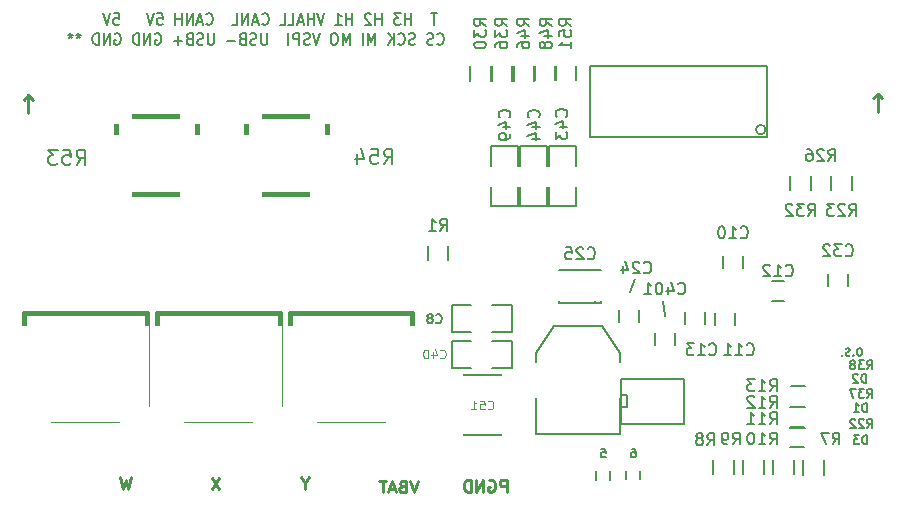
<source format=gbo>
G04 #@! TF.FileFunction,Legend,Bot*
%FSLAX46Y46*%
G04 Gerber Fmt 4.6, Leading zero omitted, Abs format (unit mm)*
G04 Created by KiCad (PCBNEW 4.0.4-stable) date 05/10/17 13:17:29*
%MOMM*%
%LPD*%
G01*
G04 APERTURE LIST*
%ADD10C,0.150000*%
%ADD11C,0.250000*%
%ADD12C,0.200000*%
%ADD13C,0.127000*%
%ADD14C,0.381000*%
%ADD15C,0.203200*%
%ADD16C,0.125000*%
%ADD17C,0.119380*%
%ADD18R,1.300000X0.700000*%
%ADD19R,0.299720X1.501140*%
%ADD20R,7.000240X3.599180*%
%ADD21R,1.524000X2.032000*%
%ADD22R,1.250000X1.000000*%
%ADD23R,1.000000X1.250000*%
%ADD24R,1.950720X2.499360*%
%ADD25R,2.032000X1.524000*%
%ADD26R,1.849120X5.499100*%
%ADD27R,10.800080X8.150860*%
%ADD28R,0.899160X3.200400*%
%ADD29R,0.700000X1.300000*%
%ADD30R,2.438400X5.588000*%
%ADD31R,2.438400X0.889000*%
%ADD32R,3.657600X2.032000*%
%ADD33R,1.016000X2.032000*%
%ADD34R,0.599440X1.399540*%
%ADD35R,0.750000X0.800000*%
%ADD36R,1.650000X5.500000*%
%ADD37R,6.360000X5.500000*%
G04 APERTURE END LIST*
D10*
X136114286Y-131452381D02*
X136185714Y-131404762D01*
X136221429Y-131357143D01*
X136257143Y-131261905D01*
X136257143Y-130976190D01*
X136221429Y-130880952D01*
X136185714Y-130833333D01*
X136114286Y-130785714D01*
X136007143Y-130785714D01*
X135935714Y-130833333D01*
X135900000Y-130880952D01*
X135864286Y-130976190D01*
X135864286Y-131261905D01*
X135900000Y-131357143D01*
X135935714Y-131404762D01*
X136007143Y-131452381D01*
X136114286Y-131452381D01*
X135542858Y-131357143D02*
X135507143Y-131404762D01*
X135542858Y-131452381D01*
X135578572Y-131404762D01*
X135542858Y-131357143D01*
X135542858Y-131452381D01*
X135221429Y-131404762D02*
X135150000Y-131452381D01*
X135007143Y-131452381D01*
X134935715Y-131404762D01*
X134900000Y-131309524D01*
X134900000Y-131261905D01*
X134935715Y-131166667D01*
X135007143Y-131119048D01*
X135114286Y-131119048D01*
X135185715Y-131071429D01*
X135221429Y-130976190D01*
X135221429Y-130928571D01*
X135185715Y-130833333D01*
X135114286Y-130785714D01*
X135007143Y-130785714D01*
X134935715Y-130833333D01*
X134578572Y-131357143D02*
X134542857Y-131404762D01*
X134578572Y-131452381D01*
X134614286Y-131404762D01*
X134578572Y-131357143D01*
X134578572Y-131452381D01*
D11*
X137600000Y-110794762D02*
X137600000Y-109270952D01*
X137980952Y-109651905D02*
X137600000Y-109270952D01*
X137219047Y-109651905D01*
X65659000Y-110886762D02*
X65659000Y-109362952D01*
X66039952Y-109743905D02*
X65659000Y-109362952D01*
X65278047Y-109743905D01*
D12*
X100257072Y-102424881D02*
X99742786Y-102424881D01*
X99999929Y-103424881D02*
X99999929Y-102424881D01*
X98071358Y-103424881D02*
X98071358Y-102424881D01*
X98071358Y-102901071D02*
X97557073Y-102901071D01*
X97557073Y-103424881D02*
X97557073Y-102424881D01*
X97214216Y-102424881D02*
X96657073Y-102424881D01*
X96957073Y-102805833D01*
X96828501Y-102805833D01*
X96742787Y-102853452D01*
X96699930Y-102901071D01*
X96657073Y-102996310D01*
X96657073Y-103234405D01*
X96699930Y-103329643D01*
X96742787Y-103377262D01*
X96828501Y-103424881D01*
X97085644Y-103424881D01*
X97171358Y-103377262D01*
X97214216Y-103329643D01*
X95585644Y-103424881D02*
X95585644Y-102424881D01*
X95585644Y-102901071D02*
X95071359Y-102901071D01*
X95071359Y-103424881D02*
X95071359Y-102424881D01*
X94685644Y-102520119D02*
X94642787Y-102472500D01*
X94557073Y-102424881D01*
X94342787Y-102424881D01*
X94257073Y-102472500D01*
X94214216Y-102520119D01*
X94171359Y-102615357D01*
X94171359Y-102710595D01*
X94214216Y-102853452D01*
X94728502Y-103424881D01*
X94171359Y-103424881D01*
X93099930Y-103424881D02*
X93099930Y-102424881D01*
X93099930Y-102901071D02*
X92585645Y-102901071D01*
X92585645Y-103424881D02*
X92585645Y-102424881D01*
X91685645Y-103424881D02*
X92199930Y-103424881D01*
X91942788Y-103424881D02*
X91942788Y-102424881D01*
X92028502Y-102567738D01*
X92114216Y-102662976D01*
X92199930Y-102710595D01*
X90742788Y-102424881D02*
X90442788Y-103424881D01*
X90142788Y-102424881D01*
X89842787Y-103424881D02*
X89842787Y-102424881D01*
X89842787Y-102901071D02*
X89328502Y-102901071D01*
X89328502Y-103424881D02*
X89328502Y-102424881D01*
X88942787Y-103139167D02*
X88514216Y-103139167D01*
X89028502Y-103424881D02*
X88728502Y-102424881D01*
X88428502Y-103424881D01*
X87699930Y-103424881D02*
X88128501Y-103424881D01*
X88128501Y-102424881D01*
X86971359Y-103424881D02*
X87399930Y-103424881D01*
X87399930Y-102424881D01*
X85471360Y-103329643D02*
X85514217Y-103377262D01*
X85642788Y-103424881D01*
X85728502Y-103424881D01*
X85857074Y-103377262D01*
X85942788Y-103282024D01*
X85985645Y-103186786D01*
X86028502Y-102996310D01*
X86028502Y-102853452D01*
X85985645Y-102662976D01*
X85942788Y-102567738D01*
X85857074Y-102472500D01*
X85728502Y-102424881D01*
X85642788Y-102424881D01*
X85514217Y-102472500D01*
X85471360Y-102520119D01*
X85128502Y-103139167D02*
X84699931Y-103139167D01*
X85214217Y-103424881D02*
X84914217Y-102424881D01*
X84614217Y-103424881D01*
X84314216Y-103424881D02*
X84314216Y-102424881D01*
X83799931Y-103424881D01*
X83799931Y-102424881D01*
X82942788Y-103424881D02*
X83371359Y-103424881D01*
X83371359Y-102424881D01*
X80757075Y-103329643D02*
X80799932Y-103377262D01*
X80928503Y-103424881D01*
X81014217Y-103424881D01*
X81142789Y-103377262D01*
X81228503Y-103282024D01*
X81271360Y-103186786D01*
X81314217Y-102996310D01*
X81314217Y-102853452D01*
X81271360Y-102662976D01*
X81228503Y-102567738D01*
X81142789Y-102472500D01*
X81014217Y-102424881D01*
X80928503Y-102424881D01*
X80799932Y-102472500D01*
X80757075Y-102520119D01*
X80414217Y-103139167D02*
X79985646Y-103139167D01*
X80499932Y-103424881D02*
X80199932Y-102424881D01*
X79899932Y-103424881D01*
X79599931Y-103424881D02*
X79599931Y-102424881D01*
X79085646Y-103424881D01*
X79085646Y-102424881D01*
X78657074Y-103424881D02*
X78657074Y-102424881D01*
X78657074Y-102901071D02*
X78142789Y-102901071D01*
X78142789Y-103424881D02*
X78142789Y-102424881D01*
X76599932Y-102424881D02*
X77028503Y-102424881D01*
X77071360Y-102901071D01*
X77028503Y-102853452D01*
X76942789Y-102805833D01*
X76728503Y-102805833D01*
X76642789Y-102853452D01*
X76599932Y-102901071D01*
X76557075Y-102996310D01*
X76557075Y-103234405D01*
X76599932Y-103329643D01*
X76642789Y-103377262D01*
X76728503Y-103424881D01*
X76942789Y-103424881D01*
X77028503Y-103377262D01*
X77071360Y-103329643D01*
X76299932Y-102424881D02*
X75999932Y-103424881D01*
X75699932Y-102424881D01*
X72914218Y-102424881D02*
X73342789Y-102424881D01*
X73385646Y-102901071D01*
X73342789Y-102853452D01*
X73257075Y-102805833D01*
X73042789Y-102805833D01*
X72957075Y-102853452D01*
X72914218Y-102901071D01*
X72871361Y-102996310D01*
X72871361Y-103234405D01*
X72914218Y-103329643D01*
X72957075Y-103377262D01*
X73042789Y-103424881D01*
X73257075Y-103424881D01*
X73342789Y-103377262D01*
X73385646Y-103329643D01*
X72614218Y-102424881D02*
X72314218Y-103424881D01*
X72014218Y-102424881D01*
X100299929Y-105029643D02*
X100342786Y-105077262D01*
X100471357Y-105124881D01*
X100557071Y-105124881D01*
X100685643Y-105077262D01*
X100771357Y-104982024D01*
X100814214Y-104886786D01*
X100857071Y-104696310D01*
X100857071Y-104553452D01*
X100814214Y-104362976D01*
X100771357Y-104267738D01*
X100685643Y-104172500D01*
X100557071Y-104124881D01*
X100471357Y-104124881D01*
X100342786Y-104172500D01*
X100299929Y-104220119D01*
X99957071Y-105077262D02*
X99828500Y-105124881D01*
X99614214Y-105124881D01*
X99528500Y-105077262D01*
X99485643Y-105029643D01*
X99442786Y-104934405D01*
X99442786Y-104839167D01*
X99485643Y-104743929D01*
X99528500Y-104696310D01*
X99614214Y-104648690D01*
X99785643Y-104601071D01*
X99871357Y-104553452D01*
X99914214Y-104505833D01*
X99957071Y-104410595D01*
X99957071Y-104315357D01*
X99914214Y-104220119D01*
X99871357Y-104172500D01*
X99785643Y-104124881D01*
X99571357Y-104124881D01*
X99442786Y-104172500D01*
X98414214Y-105077262D02*
X98285643Y-105124881D01*
X98071357Y-105124881D01*
X97985643Y-105077262D01*
X97942786Y-105029643D01*
X97899929Y-104934405D01*
X97899929Y-104839167D01*
X97942786Y-104743929D01*
X97985643Y-104696310D01*
X98071357Y-104648690D01*
X98242786Y-104601071D01*
X98328500Y-104553452D01*
X98371357Y-104505833D01*
X98414214Y-104410595D01*
X98414214Y-104315357D01*
X98371357Y-104220119D01*
X98328500Y-104172500D01*
X98242786Y-104124881D01*
X98028500Y-104124881D01*
X97899929Y-104172500D01*
X96999929Y-105029643D02*
X97042786Y-105077262D01*
X97171357Y-105124881D01*
X97257071Y-105124881D01*
X97385643Y-105077262D01*
X97471357Y-104982024D01*
X97514214Y-104886786D01*
X97557071Y-104696310D01*
X97557071Y-104553452D01*
X97514214Y-104362976D01*
X97471357Y-104267738D01*
X97385643Y-104172500D01*
X97257071Y-104124881D01*
X97171357Y-104124881D01*
X97042786Y-104172500D01*
X96999929Y-104220119D01*
X96614214Y-105124881D02*
X96614214Y-104124881D01*
X96099929Y-105124881D02*
X96485643Y-104553452D01*
X96099929Y-104124881D02*
X96614214Y-104696310D01*
X95028500Y-105124881D02*
X95028500Y-104124881D01*
X94728500Y-104839167D01*
X94428500Y-104124881D01*
X94428500Y-105124881D01*
X93999929Y-105124881D02*
X93999929Y-104124881D01*
X92885644Y-105124881D02*
X92885644Y-104124881D01*
X92585644Y-104839167D01*
X92285644Y-104124881D01*
X92285644Y-105124881D01*
X91685645Y-104124881D02*
X91514216Y-104124881D01*
X91428502Y-104172500D01*
X91342788Y-104267738D01*
X91299930Y-104458214D01*
X91299930Y-104791548D01*
X91342788Y-104982024D01*
X91428502Y-105077262D01*
X91514216Y-105124881D01*
X91685645Y-105124881D01*
X91771359Y-105077262D01*
X91857073Y-104982024D01*
X91899930Y-104791548D01*
X91899930Y-104458214D01*
X91857073Y-104267738D01*
X91771359Y-104172500D01*
X91685645Y-104124881D01*
X90357074Y-104124881D02*
X90057074Y-105124881D01*
X89757074Y-104124881D01*
X89499930Y-105077262D02*
X89371359Y-105124881D01*
X89157073Y-105124881D01*
X89071359Y-105077262D01*
X89028502Y-105029643D01*
X88985645Y-104934405D01*
X88985645Y-104839167D01*
X89028502Y-104743929D01*
X89071359Y-104696310D01*
X89157073Y-104648690D01*
X89328502Y-104601071D01*
X89414216Y-104553452D01*
X89457073Y-104505833D01*
X89499930Y-104410595D01*
X89499930Y-104315357D01*
X89457073Y-104220119D01*
X89414216Y-104172500D01*
X89328502Y-104124881D01*
X89114216Y-104124881D01*
X88985645Y-104172500D01*
X88599930Y-105124881D02*
X88599930Y-104124881D01*
X88257073Y-104124881D01*
X88171359Y-104172500D01*
X88128502Y-104220119D01*
X88085645Y-104315357D01*
X88085645Y-104458214D01*
X88128502Y-104553452D01*
X88171359Y-104601071D01*
X88257073Y-104648690D01*
X88599930Y-104648690D01*
X87699930Y-105124881D02*
X87699930Y-104124881D01*
X85899931Y-104124881D02*
X85899931Y-104934405D01*
X85857074Y-105029643D01*
X85814217Y-105077262D01*
X85728503Y-105124881D01*
X85557074Y-105124881D01*
X85471360Y-105077262D01*
X85428503Y-105029643D01*
X85385646Y-104934405D01*
X85385646Y-104124881D01*
X84999931Y-105077262D02*
X84871360Y-105124881D01*
X84657074Y-105124881D01*
X84571360Y-105077262D01*
X84528503Y-105029643D01*
X84485646Y-104934405D01*
X84485646Y-104839167D01*
X84528503Y-104743929D01*
X84571360Y-104696310D01*
X84657074Y-104648690D01*
X84828503Y-104601071D01*
X84914217Y-104553452D01*
X84957074Y-104505833D01*
X84999931Y-104410595D01*
X84999931Y-104315357D01*
X84957074Y-104220119D01*
X84914217Y-104172500D01*
X84828503Y-104124881D01*
X84614217Y-104124881D01*
X84485646Y-104172500D01*
X83799931Y-104601071D02*
X83671360Y-104648690D01*
X83628503Y-104696310D01*
X83585646Y-104791548D01*
X83585646Y-104934405D01*
X83628503Y-105029643D01*
X83671360Y-105077262D01*
X83757074Y-105124881D01*
X84099931Y-105124881D01*
X84099931Y-104124881D01*
X83799931Y-104124881D01*
X83714217Y-104172500D01*
X83671360Y-104220119D01*
X83628503Y-104315357D01*
X83628503Y-104410595D01*
X83671360Y-104505833D01*
X83714217Y-104553452D01*
X83799931Y-104601071D01*
X84099931Y-104601071D01*
X83199931Y-104743929D02*
X82514217Y-104743929D01*
X81399931Y-104124881D02*
X81399931Y-104934405D01*
X81357074Y-105029643D01*
X81314217Y-105077262D01*
X81228503Y-105124881D01*
X81057074Y-105124881D01*
X80971360Y-105077262D01*
X80928503Y-105029643D01*
X80885646Y-104934405D01*
X80885646Y-104124881D01*
X80499931Y-105077262D02*
X80371360Y-105124881D01*
X80157074Y-105124881D01*
X80071360Y-105077262D01*
X80028503Y-105029643D01*
X79985646Y-104934405D01*
X79985646Y-104839167D01*
X80028503Y-104743929D01*
X80071360Y-104696310D01*
X80157074Y-104648690D01*
X80328503Y-104601071D01*
X80414217Y-104553452D01*
X80457074Y-104505833D01*
X80499931Y-104410595D01*
X80499931Y-104315357D01*
X80457074Y-104220119D01*
X80414217Y-104172500D01*
X80328503Y-104124881D01*
X80114217Y-104124881D01*
X79985646Y-104172500D01*
X79299931Y-104601071D02*
X79171360Y-104648690D01*
X79128503Y-104696310D01*
X79085646Y-104791548D01*
X79085646Y-104934405D01*
X79128503Y-105029643D01*
X79171360Y-105077262D01*
X79257074Y-105124881D01*
X79599931Y-105124881D01*
X79599931Y-104124881D01*
X79299931Y-104124881D01*
X79214217Y-104172500D01*
X79171360Y-104220119D01*
X79128503Y-104315357D01*
X79128503Y-104410595D01*
X79171360Y-104505833D01*
X79214217Y-104553452D01*
X79299931Y-104601071D01*
X79599931Y-104601071D01*
X78699931Y-104743929D02*
X78014217Y-104743929D01*
X78357074Y-105124881D02*
X78357074Y-104362976D01*
X76428503Y-104172500D02*
X76514217Y-104124881D01*
X76642788Y-104124881D01*
X76771360Y-104172500D01*
X76857074Y-104267738D01*
X76899931Y-104362976D01*
X76942788Y-104553452D01*
X76942788Y-104696310D01*
X76899931Y-104886786D01*
X76857074Y-104982024D01*
X76771360Y-105077262D01*
X76642788Y-105124881D01*
X76557074Y-105124881D01*
X76428503Y-105077262D01*
X76385646Y-105029643D01*
X76385646Y-104696310D01*
X76557074Y-104696310D01*
X75999931Y-105124881D02*
X75999931Y-104124881D01*
X75485646Y-105124881D01*
X75485646Y-104124881D01*
X75057074Y-105124881D02*
X75057074Y-104124881D01*
X74842789Y-104124881D01*
X74714217Y-104172500D01*
X74628503Y-104267738D01*
X74585646Y-104362976D01*
X74542789Y-104553452D01*
X74542789Y-104696310D01*
X74585646Y-104886786D01*
X74628503Y-104982024D01*
X74714217Y-105077262D01*
X74842789Y-105124881D01*
X75057074Y-105124881D01*
X72999932Y-104172500D02*
X73085646Y-104124881D01*
X73214217Y-104124881D01*
X73342789Y-104172500D01*
X73428503Y-104267738D01*
X73471360Y-104362976D01*
X73514217Y-104553452D01*
X73514217Y-104696310D01*
X73471360Y-104886786D01*
X73428503Y-104982024D01*
X73342789Y-105077262D01*
X73214217Y-105124881D01*
X73128503Y-105124881D01*
X72999932Y-105077262D01*
X72957075Y-105029643D01*
X72957075Y-104696310D01*
X73128503Y-104696310D01*
X72571360Y-105124881D02*
X72571360Y-104124881D01*
X72057075Y-105124881D01*
X72057075Y-104124881D01*
X71628503Y-105124881D02*
X71628503Y-104124881D01*
X71414218Y-104124881D01*
X71285646Y-104172500D01*
X71199932Y-104267738D01*
X71157075Y-104362976D01*
X71114218Y-104553452D01*
X71114218Y-104696310D01*
X71157075Y-104886786D01*
X71199932Y-104982024D01*
X71285646Y-105077262D01*
X71414218Y-105124881D01*
X71628503Y-105124881D01*
X69914218Y-104124881D02*
X69914218Y-104362976D01*
X70128504Y-104267738D02*
X69914218Y-104362976D01*
X69699932Y-104267738D01*
X70042789Y-104553452D02*
X69914218Y-104362976D01*
X69785646Y-104553452D01*
X69228504Y-104124881D02*
X69228504Y-104362976D01*
X69442790Y-104267738D02*
X69228504Y-104362976D01*
X69014218Y-104267738D01*
X69357075Y-104553452D02*
X69228504Y-104362976D01*
X69099932Y-104553452D01*
D11*
X106179714Y-142946381D02*
X106179714Y-141946381D01*
X105798761Y-141946381D01*
X105703523Y-141994000D01*
X105655904Y-142041619D01*
X105608285Y-142136857D01*
X105608285Y-142279714D01*
X105655904Y-142374952D01*
X105703523Y-142422571D01*
X105798761Y-142470190D01*
X106179714Y-142470190D01*
X104655904Y-141994000D02*
X104751142Y-141946381D01*
X104893999Y-141946381D01*
X105036857Y-141994000D01*
X105132095Y-142089238D01*
X105179714Y-142184476D01*
X105227333Y-142374952D01*
X105227333Y-142517810D01*
X105179714Y-142708286D01*
X105132095Y-142803524D01*
X105036857Y-142898762D01*
X104893999Y-142946381D01*
X104798761Y-142946381D01*
X104655904Y-142898762D01*
X104608285Y-142851143D01*
X104608285Y-142517810D01*
X104798761Y-142517810D01*
X104179714Y-142946381D02*
X104179714Y-141946381D01*
X103608285Y-142946381D01*
X103608285Y-141946381D01*
X103132095Y-142946381D02*
X103132095Y-141946381D01*
X102894000Y-141946381D01*
X102751142Y-141994000D01*
X102655904Y-142089238D01*
X102608285Y-142184476D01*
X102560666Y-142374952D01*
X102560666Y-142517810D01*
X102608285Y-142708286D01*
X102655904Y-142803524D01*
X102751142Y-142898762D01*
X102894000Y-142946381D01*
X103132095Y-142946381D01*
X98670857Y-142009881D02*
X98337524Y-143009881D01*
X98004190Y-142009881D01*
X97337523Y-142486071D02*
X97194666Y-142533690D01*
X97147047Y-142581310D01*
X97099428Y-142676548D01*
X97099428Y-142819405D01*
X97147047Y-142914643D01*
X97194666Y-142962262D01*
X97289904Y-143009881D01*
X97670857Y-143009881D01*
X97670857Y-142009881D01*
X97337523Y-142009881D01*
X97242285Y-142057500D01*
X97194666Y-142105119D01*
X97147047Y-142200357D01*
X97147047Y-142295595D01*
X97194666Y-142390833D01*
X97242285Y-142438452D01*
X97337523Y-142486071D01*
X97670857Y-142486071D01*
X96718476Y-142724167D02*
X96242285Y-142724167D01*
X96813714Y-143009881D02*
X96480381Y-142009881D01*
X96147047Y-143009881D01*
X95956571Y-142009881D02*
X95385142Y-142009881D01*
X95670857Y-143009881D02*
X95670857Y-142009881D01*
X89090500Y-142216190D02*
X89090500Y-142692381D01*
X89423833Y-141692381D02*
X89090500Y-142216190D01*
X88757166Y-141692381D01*
X81867333Y-141755881D02*
X81200666Y-142755881D01*
X81200666Y-141755881D02*
X81867333Y-142755881D01*
X74342571Y-141692381D02*
X74104476Y-142692381D01*
X73913999Y-141978095D01*
X73723523Y-142692381D01*
X73485428Y-141692381D01*
D10*
X119380000Y-126809500D02*
X119570500Y-128079500D01*
X117030500Y-124904500D02*
X116649500Y-126047500D01*
X108586300Y-106918200D02*
X108586300Y-108118200D01*
X110336300Y-108118200D02*
X110336300Y-106918200D01*
X110313500Y-106918200D02*
X110313500Y-108118200D01*
X112063500Y-108118200D02*
X112063500Y-106918200D01*
D13*
X128198880Y-112930940D02*
X113200180Y-112930940D01*
X113200180Y-106931460D02*
X128198880Y-106931460D01*
X113200180Y-106931460D02*
X113200180Y-112930940D01*
X128198880Y-112930940D02*
X128198880Y-106931460D01*
X128089858Y-112288320D02*
G75*
G03X128089858Y-112288320I-406598J0D01*
G01*
X106603800Y-127177800D02*
X106603800Y-129463800D01*
X106603800Y-129463800D02*
X104952800Y-129463800D01*
X103174800Y-127177800D02*
X101523800Y-127177800D01*
X101523800Y-127177800D02*
X101523800Y-129463800D01*
X101523800Y-129463800D02*
X103174800Y-129463800D01*
X104952800Y-127177800D02*
X106603800Y-127177800D01*
D10*
X124473600Y-124020200D02*
X124473600Y-123020200D01*
X126173600Y-123020200D02*
X126173600Y-124020200D01*
X125513200Y-127795400D02*
X125513200Y-128795400D01*
X123813200Y-128795400D02*
X123813200Y-127795400D01*
X128633600Y-125134000D02*
X129633600Y-125134000D01*
X129633600Y-126834000D02*
X128633600Y-126834000D01*
X122998600Y-127770000D02*
X122998600Y-128770000D01*
X121298600Y-128770000D02*
X121298600Y-127770000D01*
X115685200Y-128592200D02*
X115685200Y-127592200D01*
X117385200Y-127592200D02*
X117385200Y-128592200D01*
D13*
X113626900Y-126949200D02*
X113626900Y-124155200D01*
X114198400Y-126949200D02*
X110642400Y-126949200D01*
X110642400Y-126949200D02*
X110642400Y-124155200D01*
X110642400Y-124155200D02*
X114198400Y-124155200D01*
X114198400Y-124155200D02*
X114198400Y-126949200D01*
D10*
X133389000Y-125518800D02*
X133389000Y-124518800D01*
X135089000Y-124518800D02*
X135089000Y-125518800D01*
D13*
X106603800Y-130200400D02*
X106603800Y-132486400D01*
X106603800Y-132486400D02*
X104952800Y-132486400D01*
X103174800Y-130200400D02*
X101523800Y-130200400D01*
X101523800Y-130200400D02*
X101523800Y-132486400D01*
X101523800Y-132486400D02*
X103174800Y-132486400D01*
X104952800Y-130200400D02*
X106603800Y-130200400D01*
X109740700Y-113677700D02*
X112026700Y-113677700D01*
X112026700Y-113677700D02*
X112026700Y-115328700D01*
X109740700Y-117106700D02*
X109740700Y-118757700D01*
X109740700Y-118757700D02*
X112026700Y-118757700D01*
X112026700Y-118757700D02*
X112026700Y-117106700D01*
X109740700Y-115328700D02*
X109740700Y-113677700D01*
X107327700Y-113677700D02*
X109613700Y-113677700D01*
X109613700Y-113677700D02*
X109613700Y-115328700D01*
X107327700Y-117106700D02*
X107327700Y-118757700D01*
X107327700Y-118757700D02*
X109613700Y-118757700D01*
X109613700Y-118757700D02*
X109613700Y-117106700D01*
X107327700Y-115328700D02*
X107327700Y-113677700D01*
X104838500Y-113677700D02*
X107124500Y-113677700D01*
X107124500Y-113677700D02*
X107124500Y-115328700D01*
X104838500Y-117106700D02*
X104838500Y-118757700D01*
X104838500Y-118757700D02*
X107124500Y-118757700D01*
X107124500Y-118757700D02*
X107124500Y-117106700D01*
X104838500Y-115328700D02*
X104838500Y-113677700D01*
X106273600Y-138150600D02*
X106273600Y-133070600D01*
X101955600Y-138150600D02*
X101955600Y-133070600D01*
X101320600Y-138150600D02*
X106908600Y-138150600D01*
X106908600Y-138150600D02*
X106908600Y-133070600D01*
X106908600Y-133070600D02*
X101320600Y-133070600D01*
X101320600Y-133070600D02*
X101320600Y-138150600D01*
D10*
X120458600Y-129487800D02*
X120458600Y-130487800D01*
X118758600Y-130487800D02*
X118758600Y-129487800D01*
D14*
X75699380Y-127800620D02*
X65300620Y-127800620D01*
X65300620Y-127800620D02*
X65300620Y-135598420D01*
X65300620Y-135598420D02*
X67700920Y-136898900D01*
X67700920Y-136898900D02*
X73299080Y-136898900D01*
X73299080Y-136898900D02*
X75699380Y-135598420D01*
X75699380Y-135598420D02*
X75699380Y-127800620D01*
X86949380Y-127800620D02*
X76550620Y-127800620D01*
X76550620Y-127800620D02*
X76550620Y-135598420D01*
X76550620Y-135598420D02*
X78950920Y-136898900D01*
X78950920Y-136898900D02*
X84549080Y-136898900D01*
X84549080Y-136898900D02*
X86949380Y-135598420D01*
X86949380Y-135598420D02*
X86949380Y-127800620D01*
X98199380Y-127800620D02*
X87800620Y-127800620D01*
X87800620Y-127800620D02*
X87800620Y-135598420D01*
X87800620Y-135598420D02*
X90200920Y-136898900D01*
X90200920Y-136898900D02*
X95799080Y-136898900D01*
X95799080Y-136898900D02*
X98199380Y-135598420D01*
X98199380Y-135598420D02*
X98199380Y-127800620D01*
D10*
X99505800Y-122132800D02*
X99505800Y-123332800D01*
X101255800Y-123332800D02*
X101255800Y-122132800D01*
X131281200Y-140293800D02*
X131281200Y-141493800D01*
X133031200Y-141493800D02*
X133031200Y-140293800D01*
X123686600Y-140283600D02*
X123686600Y-141483600D01*
X125436600Y-141483600D02*
X125436600Y-140283600D01*
X126226600Y-140268400D02*
X126226600Y-141468400D01*
X127976600Y-141468400D02*
X127976600Y-140268400D01*
X128766600Y-140283600D02*
X128766600Y-141483600D01*
X130516600Y-141483600D02*
X130516600Y-140283600D01*
X131384600Y-137428000D02*
X130184600Y-137428000D01*
X130184600Y-139178000D02*
X131384600Y-139178000D01*
X131410000Y-135777000D02*
X130210000Y-135777000D01*
X130210000Y-137527000D02*
X131410000Y-137527000D01*
X131435400Y-133999000D02*
X130235400Y-133999000D01*
X130235400Y-135749000D02*
X131435400Y-135749000D01*
X135418800Y-117414600D02*
X135418800Y-116214600D01*
X133668800Y-116214600D02*
X133668800Y-117414600D01*
X133666200Y-117414600D02*
X133666200Y-116214600D01*
X131916200Y-116214600D02*
X131916200Y-117414600D01*
X104837200Y-108130900D02*
X104837200Y-106930900D01*
X103087200Y-106930900D02*
X103087200Y-108130900D01*
X131913600Y-117389200D02*
X131913600Y-116189200D01*
X130163600Y-116189200D02*
X130163600Y-117389200D01*
X106653300Y-108130900D02*
X106653300Y-106930900D01*
X104903300Y-106930900D02*
X104903300Y-108130900D01*
X108520200Y-108130900D02*
X108520200Y-106930900D01*
X106770200Y-106930900D02*
X106770200Y-108130900D01*
D14*
X79929000Y-111103000D02*
X79929000Y-117707000D01*
X79929000Y-117707000D02*
X73071000Y-117707000D01*
X73071000Y-117707000D02*
X73071000Y-111103000D01*
X73071000Y-111103000D02*
X79929000Y-111103000D01*
X90929000Y-111103000D02*
X90929000Y-117707000D01*
X90929000Y-117707000D02*
X84071000Y-117707000D01*
X84071000Y-117707000D02*
X84071000Y-111103000D01*
X84071000Y-111103000D02*
X90929000Y-111103000D01*
D15*
X115798600Y-135026400D02*
X115798600Y-138074400D01*
X115798600Y-138074400D02*
X108686600Y-138074400D01*
X108686600Y-138074400D02*
X108686600Y-135026400D01*
X115798600Y-131978400D02*
X115798600Y-131216400D01*
X115798600Y-131216400D02*
X114274600Y-128930400D01*
X114274600Y-128930400D02*
X110210600Y-128930400D01*
X110210600Y-128930400D02*
X108686600Y-131216400D01*
X108686600Y-131216400D02*
X108686600Y-131978400D01*
D13*
X115900200Y-133527800D02*
X115900200Y-133400800D01*
X115900200Y-133400800D02*
X121234200Y-133400800D01*
X121234200Y-137210800D02*
X115900200Y-137210800D01*
X115900200Y-137210800D02*
X115900200Y-133527800D01*
X115900200Y-135813800D02*
X116408200Y-135813800D01*
X116408200Y-135813800D02*
X116408200Y-134797800D01*
X116408200Y-134797800D02*
X115900200Y-134797800D01*
X121234200Y-137210800D02*
X121234200Y-133400800D01*
D10*
X113750800Y-141219400D02*
X113750800Y-141919400D01*
X114950800Y-141919400D02*
X114950800Y-141219400D01*
X116295600Y-141168600D02*
X116295600Y-141868600D01*
X117495600Y-141868600D02*
X117495600Y-141168600D01*
X109989881Y-103497143D02*
X109513690Y-103163809D01*
X109989881Y-102925714D02*
X108989881Y-102925714D01*
X108989881Y-103306667D01*
X109037500Y-103401905D01*
X109085119Y-103449524D01*
X109180357Y-103497143D01*
X109323214Y-103497143D01*
X109418452Y-103449524D01*
X109466071Y-103401905D01*
X109513690Y-103306667D01*
X109513690Y-102925714D01*
X109323214Y-104354286D02*
X109989881Y-104354286D01*
X108942262Y-104116190D02*
X109656548Y-103878095D01*
X109656548Y-104497143D01*
X109418452Y-105020952D02*
X109370833Y-104925714D01*
X109323214Y-104878095D01*
X109227976Y-104830476D01*
X109180357Y-104830476D01*
X109085119Y-104878095D01*
X109037500Y-104925714D01*
X108989881Y-105020952D01*
X108989881Y-105211429D01*
X109037500Y-105306667D01*
X109085119Y-105354286D01*
X109180357Y-105401905D01*
X109227976Y-105401905D01*
X109323214Y-105354286D01*
X109370833Y-105306667D01*
X109418452Y-105211429D01*
X109418452Y-105020952D01*
X109466071Y-104925714D01*
X109513690Y-104878095D01*
X109608929Y-104830476D01*
X109799405Y-104830476D01*
X109894643Y-104878095D01*
X109942262Y-104925714D01*
X109989881Y-105020952D01*
X109989881Y-105211429D01*
X109942262Y-105306667D01*
X109894643Y-105354286D01*
X109799405Y-105401905D01*
X109608929Y-105401905D01*
X109513690Y-105354286D01*
X109466071Y-105306667D01*
X109418452Y-105211429D01*
X111640881Y-103497143D02*
X111164690Y-103163809D01*
X111640881Y-102925714D02*
X110640881Y-102925714D01*
X110640881Y-103306667D01*
X110688500Y-103401905D01*
X110736119Y-103449524D01*
X110831357Y-103497143D01*
X110974214Y-103497143D01*
X111069452Y-103449524D01*
X111117071Y-103401905D01*
X111164690Y-103306667D01*
X111164690Y-102925714D01*
X110640881Y-104401905D02*
X110640881Y-103925714D01*
X111117071Y-103878095D01*
X111069452Y-103925714D01*
X111021833Y-104020952D01*
X111021833Y-104259048D01*
X111069452Y-104354286D01*
X111117071Y-104401905D01*
X111212310Y-104449524D01*
X111450405Y-104449524D01*
X111545643Y-104401905D01*
X111593262Y-104354286D01*
X111640881Y-104259048D01*
X111640881Y-104020952D01*
X111593262Y-103925714D01*
X111545643Y-103878095D01*
X111640881Y-105401905D02*
X111640881Y-104830476D01*
X111640881Y-105116190D02*
X110640881Y-105116190D01*
X110783738Y-105020952D01*
X110878976Y-104925714D01*
X110926595Y-104830476D01*
D13*
X100203000Y-128605643D02*
X100239286Y-128641929D01*
X100348143Y-128678214D01*
X100420714Y-128678214D01*
X100529571Y-128641929D01*
X100602143Y-128569357D01*
X100638428Y-128496786D01*
X100674714Y-128351643D01*
X100674714Y-128242786D01*
X100638428Y-128097643D01*
X100602143Y-128025071D01*
X100529571Y-127952500D01*
X100420714Y-127916214D01*
X100348143Y-127916214D01*
X100239286Y-127952500D01*
X100203000Y-127988786D01*
X99767571Y-128242786D02*
X99840143Y-128206500D01*
X99876428Y-128170214D01*
X99912714Y-128097643D01*
X99912714Y-128061357D01*
X99876428Y-127988786D01*
X99840143Y-127952500D01*
X99767571Y-127916214D01*
X99622428Y-127916214D01*
X99549857Y-127952500D01*
X99513571Y-127988786D01*
X99477286Y-128061357D01*
X99477286Y-128097643D01*
X99513571Y-128170214D01*
X99549857Y-128206500D01*
X99622428Y-128242786D01*
X99767571Y-128242786D01*
X99840143Y-128279071D01*
X99876428Y-128315357D01*
X99912714Y-128387929D01*
X99912714Y-128533071D01*
X99876428Y-128605643D01*
X99840143Y-128641929D01*
X99767571Y-128678214D01*
X99622428Y-128678214D01*
X99549857Y-128641929D01*
X99513571Y-128605643D01*
X99477286Y-128533071D01*
X99477286Y-128387929D01*
X99513571Y-128315357D01*
X99549857Y-128279071D01*
X99622428Y-128242786D01*
D10*
X125991857Y-121388143D02*
X126039476Y-121435762D01*
X126182333Y-121483381D01*
X126277571Y-121483381D01*
X126420429Y-121435762D01*
X126515667Y-121340524D01*
X126563286Y-121245286D01*
X126610905Y-121054810D01*
X126610905Y-120911952D01*
X126563286Y-120721476D01*
X126515667Y-120626238D01*
X126420429Y-120531000D01*
X126277571Y-120483381D01*
X126182333Y-120483381D01*
X126039476Y-120531000D01*
X125991857Y-120578619D01*
X125039476Y-121483381D02*
X125610905Y-121483381D01*
X125325191Y-121483381D02*
X125325191Y-120483381D01*
X125420429Y-120626238D01*
X125515667Y-120721476D01*
X125610905Y-120769095D01*
X124420429Y-120483381D02*
X124325190Y-120483381D01*
X124229952Y-120531000D01*
X124182333Y-120578619D01*
X124134714Y-120673857D01*
X124087095Y-120864333D01*
X124087095Y-121102429D01*
X124134714Y-121292905D01*
X124182333Y-121388143D01*
X124229952Y-121435762D01*
X124325190Y-121483381D01*
X124420429Y-121483381D01*
X124515667Y-121435762D01*
X124563286Y-121388143D01*
X124610905Y-121292905D01*
X124658524Y-121102429D01*
X124658524Y-120864333D01*
X124610905Y-120673857D01*
X124563286Y-120578619D01*
X124515667Y-120531000D01*
X124420429Y-120483381D01*
X126499857Y-131294143D02*
X126547476Y-131341762D01*
X126690333Y-131389381D01*
X126785571Y-131389381D01*
X126928429Y-131341762D01*
X127023667Y-131246524D01*
X127071286Y-131151286D01*
X127118905Y-130960810D01*
X127118905Y-130817952D01*
X127071286Y-130627476D01*
X127023667Y-130532238D01*
X126928429Y-130437000D01*
X126785571Y-130389381D01*
X126690333Y-130389381D01*
X126547476Y-130437000D01*
X126499857Y-130484619D01*
X125547476Y-131389381D02*
X126118905Y-131389381D01*
X125833191Y-131389381D02*
X125833191Y-130389381D01*
X125928429Y-130532238D01*
X126023667Y-130627476D01*
X126118905Y-130675095D01*
X124595095Y-131389381D02*
X125166524Y-131389381D01*
X124880810Y-131389381D02*
X124880810Y-130389381D01*
X124976048Y-130532238D01*
X125071286Y-130627476D01*
X125166524Y-130675095D01*
X129801857Y-124626643D02*
X129849476Y-124674262D01*
X129992333Y-124721881D01*
X130087571Y-124721881D01*
X130230429Y-124674262D01*
X130325667Y-124579024D01*
X130373286Y-124483786D01*
X130420905Y-124293310D01*
X130420905Y-124150452D01*
X130373286Y-123959976D01*
X130325667Y-123864738D01*
X130230429Y-123769500D01*
X130087571Y-123721881D01*
X129992333Y-123721881D01*
X129849476Y-123769500D01*
X129801857Y-123817119D01*
X128849476Y-124721881D02*
X129420905Y-124721881D01*
X129135191Y-124721881D02*
X129135191Y-123721881D01*
X129230429Y-123864738D01*
X129325667Y-123959976D01*
X129420905Y-124007595D01*
X128468524Y-123817119D02*
X128420905Y-123769500D01*
X128325667Y-123721881D01*
X128087571Y-123721881D01*
X127992333Y-123769500D01*
X127944714Y-123817119D01*
X127897095Y-123912357D01*
X127897095Y-124007595D01*
X127944714Y-124150452D01*
X128516143Y-124721881D01*
X127897095Y-124721881D01*
X123324857Y-131294143D02*
X123372476Y-131341762D01*
X123515333Y-131389381D01*
X123610571Y-131389381D01*
X123753429Y-131341762D01*
X123848667Y-131246524D01*
X123896286Y-131151286D01*
X123943905Y-130960810D01*
X123943905Y-130817952D01*
X123896286Y-130627476D01*
X123848667Y-130532238D01*
X123753429Y-130437000D01*
X123610571Y-130389381D01*
X123515333Y-130389381D01*
X123372476Y-130437000D01*
X123324857Y-130484619D01*
X122372476Y-131389381D02*
X122943905Y-131389381D01*
X122658191Y-131389381D02*
X122658191Y-130389381D01*
X122753429Y-130532238D01*
X122848667Y-130627476D01*
X122943905Y-130675095D01*
X122039143Y-130389381D02*
X121420095Y-130389381D01*
X121753429Y-130770333D01*
X121610571Y-130770333D01*
X121515333Y-130817952D01*
X121467714Y-130865571D01*
X121420095Y-130960810D01*
X121420095Y-131198905D01*
X121467714Y-131294143D01*
X121515333Y-131341762D01*
X121610571Y-131389381D01*
X121896286Y-131389381D01*
X121991524Y-131341762D01*
X122039143Y-131294143D01*
X117800357Y-124372643D02*
X117847976Y-124420262D01*
X117990833Y-124467881D01*
X118086071Y-124467881D01*
X118228929Y-124420262D01*
X118324167Y-124325024D01*
X118371786Y-124229786D01*
X118419405Y-124039310D01*
X118419405Y-123896452D01*
X118371786Y-123705976D01*
X118324167Y-123610738D01*
X118228929Y-123515500D01*
X118086071Y-123467881D01*
X117990833Y-123467881D01*
X117847976Y-123515500D01*
X117800357Y-123563119D01*
X117419405Y-123563119D02*
X117371786Y-123515500D01*
X117276548Y-123467881D01*
X117038452Y-123467881D01*
X116943214Y-123515500D01*
X116895595Y-123563119D01*
X116847976Y-123658357D01*
X116847976Y-123753595D01*
X116895595Y-123896452D01*
X117467024Y-124467881D01*
X116847976Y-124467881D01*
X115990833Y-123801214D02*
X115990833Y-124467881D01*
X116228929Y-123420262D02*
X116467024Y-124134548D01*
X115847976Y-124134548D01*
X113037857Y-123166143D02*
X113085476Y-123213762D01*
X113228333Y-123261381D01*
X113323571Y-123261381D01*
X113466429Y-123213762D01*
X113561667Y-123118524D01*
X113609286Y-123023286D01*
X113656905Y-122832810D01*
X113656905Y-122689952D01*
X113609286Y-122499476D01*
X113561667Y-122404238D01*
X113466429Y-122309000D01*
X113323571Y-122261381D01*
X113228333Y-122261381D01*
X113085476Y-122309000D01*
X113037857Y-122356619D01*
X112656905Y-122356619D02*
X112609286Y-122309000D01*
X112514048Y-122261381D01*
X112275952Y-122261381D01*
X112180714Y-122309000D01*
X112133095Y-122356619D01*
X112085476Y-122451857D01*
X112085476Y-122547095D01*
X112133095Y-122689952D01*
X112704524Y-123261381D01*
X112085476Y-123261381D01*
X111180714Y-122261381D02*
X111656905Y-122261381D01*
X111704524Y-122737571D01*
X111656905Y-122689952D01*
X111561667Y-122642333D01*
X111323571Y-122642333D01*
X111228333Y-122689952D01*
X111180714Y-122737571D01*
X111133095Y-122832810D01*
X111133095Y-123070905D01*
X111180714Y-123166143D01*
X111228333Y-123213762D01*
X111323571Y-123261381D01*
X111561667Y-123261381D01*
X111656905Y-123213762D01*
X111704524Y-123166143D01*
X134881857Y-122912143D02*
X134929476Y-122959762D01*
X135072333Y-123007381D01*
X135167571Y-123007381D01*
X135310429Y-122959762D01*
X135405667Y-122864524D01*
X135453286Y-122769286D01*
X135500905Y-122578810D01*
X135500905Y-122435952D01*
X135453286Y-122245476D01*
X135405667Y-122150238D01*
X135310429Y-122055000D01*
X135167571Y-122007381D01*
X135072333Y-122007381D01*
X134929476Y-122055000D01*
X134881857Y-122102619D01*
X134548524Y-122007381D02*
X133929476Y-122007381D01*
X134262810Y-122388333D01*
X134119952Y-122388333D01*
X134024714Y-122435952D01*
X133977095Y-122483571D01*
X133929476Y-122578810D01*
X133929476Y-122816905D01*
X133977095Y-122912143D01*
X134024714Y-122959762D01*
X134119952Y-123007381D01*
X134405667Y-123007381D01*
X134500905Y-122959762D01*
X134548524Y-122912143D01*
X133548524Y-122102619D02*
X133500905Y-122055000D01*
X133405667Y-122007381D01*
X133167571Y-122007381D01*
X133072333Y-122055000D01*
X133024714Y-122102619D01*
X132977095Y-122197857D01*
X132977095Y-122293095D01*
X133024714Y-122435952D01*
X133596143Y-123007381D01*
X132977095Y-123007381D01*
D16*
X100558143Y-131585857D02*
X100593857Y-131621571D01*
X100701000Y-131657286D01*
X100772429Y-131657286D01*
X100879572Y-131621571D01*
X100951000Y-131550143D01*
X100986715Y-131478714D01*
X101022429Y-131335857D01*
X101022429Y-131228714D01*
X100986715Y-131085857D01*
X100951000Y-131014429D01*
X100879572Y-130943000D01*
X100772429Y-130907286D01*
X100701000Y-130907286D01*
X100593857Y-130943000D01*
X100558143Y-130978714D01*
X99915286Y-131157286D02*
X99915286Y-131657286D01*
X100093857Y-130871571D02*
X100272429Y-131407286D01*
X99808143Y-131407286D01*
X99379571Y-130907286D02*
X99308143Y-130907286D01*
X99236714Y-130943000D01*
X99201000Y-130978714D01*
X99165286Y-131050143D01*
X99129571Y-131193000D01*
X99129571Y-131371571D01*
X99165286Y-131514429D01*
X99201000Y-131585857D01*
X99236714Y-131621571D01*
X99308143Y-131657286D01*
X99379571Y-131657286D01*
X99451000Y-131621571D01*
X99486714Y-131585857D01*
X99522429Y-131514429D01*
X99558143Y-131371571D01*
X99558143Y-131193000D01*
X99522429Y-131050143D01*
X99486714Y-130978714D01*
X99451000Y-130943000D01*
X99379571Y-130907286D01*
D10*
X111228143Y-111180643D02*
X111275762Y-111133024D01*
X111323381Y-110990167D01*
X111323381Y-110894929D01*
X111275762Y-110752071D01*
X111180524Y-110656833D01*
X111085286Y-110609214D01*
X110894810Y-110561595D01*
X110751952Y-110561595D01*
X110561476Y-110609214D01*
X110466238Y-110656833D01*
X110371000Y-110752071D01*
X110323381Y-110894929D01*
X110323381Y-110990167D01*
X110371000Y-111133024D01*
X110418619Y-111180643D01*
X110656714Y-112037786D02*
X111323381Y-112037786D01*
X110275762Y-111799690D02*
X110990048Y-111561595D01*
X110990048Y-112180643D01*
X110323381Y-112466357D02*
X110323381Y-113085405D01*
X110704333Y-112752071D01*
X110704333Y-112894929D01*
X110751952Y-112990167D01*
X110799571Y-113037786D01*
X110894810Y-113085405D01*
X111132905Y-113085405D01*
X111228143Y-113037786D01*
X111275762Y-112990167D01*
X111323381Y-112894929D01*
X111323381Y-112609214D01*
X111275762Y-112513976D01*
X111228143Y-112466357D01*
X108878643Y-111244143D02*
X108926262Y-111196524D01*
X108973881Y-111053667D01*
X108973881Y-110958429D01*
X108926262Y-110815571D01*
X108831024Y-110720333D01*
X108735786Y-110672714D01*
X108545310Y-110625095D01*
X108402452Y-110625095D01*
X108211976Y-110672714D01*
X108116738Y-110720333D01*
X108021500Y-110815571D01*
X107973881Y-110958429D01*
X107973881Y-111053667D01*
X108021500Y-111196524D01*
X108069119Y-111244143D01*
X108307214Y-112101286D02*
X108973881Y-112101286D01*
X107926262Y-111863190D02*
X108640548Y-111625095D01*
X108640548Y-112244143D01*
X108307214Y-113053667D02*
X108973881Y-113053667D01*
X107926262Y-112815571D02*
X108640548Y-112577476D01*
X108640548Y-113196524D01*
X106402143Y-111244143D02*
X106449762Y-111196524D01*
X106497381Y-111053667D01*
X106497381Y-110958429D01*
X106449762Y-110815571D01*
X106354524Y-110720333D01*
X106259286Y-110672714D01*
X106068810Y-110625095D01*
X105925952Y-110625095D01*
X105735476Y-110672714D01*
X105640238Y-110720333D01*
X105545000Y-110815571D01*
X105497381Y-110958429D01*
X105497381Y-111053667D01*
X105545000Y-111196524D01*
X105592619Y-111244143D01*
X105830714Y-112101286D02*
X106497381Y-112101286D01*
X105449762Y-111863190D02*
X106164048Y-111625095D01*
X106164048Y-112244143D01*
X106497381Y-112672714D02*
X106497381Y-112863190D01*
X106449762Y-112958429D01*
X106402143Y-113006048D01*
X106259286Y-113101286D01*
X106068810Y-113148905D01*
X105687857Y-113148905D01*
X105592619Y-113101286D01*
X105545000Y-113053667D01*
X105497381Y-112958429D01*
X105497381Y-112767952D01*
X105545000Y-112672714D01*
X105592619Y-112625095D01*
X105687857Y-112577476D01*
X105925952Y-112577476D01*
X106021190Y-112625095D01*
X106068810Y-112672714D01*
X106116429Y-112767952D01*
X106116429Y-112958429D01*
X106068810Y-113053667D01*
X106021190Y-113101286D01*
X105925952Y-113148905D01*
D17*
X104596743Y-135903857D02*
X104632457Y-135939571D01*
X104739600Y-135975286D01*
X104811029Y-135975286D01*
X104918172Y-135939571D01*
X104989600Y-135868143D01*
X105025315Y-135796714D01*
X105061029Y-135653857D01*
X105061029Y-135546714D01*
X105025315Y-135403857D01*
X104989600Y-135332429D01*
X104918172Y-135261000D01*
X104811029Y-135225286D01*
X104739600Y-135225286D01*
X104632457Y-135261000D01*
X104596743Y-135296714D01*
X103918172Y-135225286D02*
X104275315Y-135225286D01*
X104311029Y-135582429D01*
X104275315Y-135546714D01*
X104203886Y-135511000D01*
X104025315Y-135511000D01*
X103953886Y-135546714D01*
X103918172Y-135582429D01*
X103882457Y-135653857D01*
X103882457Y-135832429D01*
X103918172Y-135903857D01*
X103953886Y-135939571D01*
X104025315Y-135975286D01*
X104203886Y-135975286D01*
X104275315Y-135939571D01*
X104311029Y-135903857D01*
X103168171Y-135975286D02*
X103596743Y-135975286D01*
X103382457Y-135975286D02*
X103382457Y-135225286D01*
X103453886Y-135332429D01*
X103525314Y-135403857D01*
X103596743Y-135439571D01*
D10*
X120689547Y-126150643D02*
X120737166Y-126198262D01*
X120880023Y-126245881D01*
X120975261Y-126245881D01*
X121118119Y-126198262D01*
X121213357Y-126103024D01*
X121260976Y-126007786D01*
X121308595Y-125817310D01*
X121308595Y-125674452D01*
X121260976Y-125483976D01*
X121213357Y-125388738D01*
X121118119Y-125293500D01*
X120975261Y-125245881D01*
X120880023Y-125245881D01*
X120737166Y-125293500D01*
X120689547Y-125341119D01*
X119832404Y-125579214D02*
X119832404Y-126245881D01*
X120070500Y-125198262D02*
X120308595Y-125912548D01*
X119689547Y-125912548D01*
X119118119Y-125245881D02*
X119022880Y-125245881D01*
X118927642Y-125293500D01*
X118880023Y-125341119D01*
X118832404Y-125436357D01*
X118784785Y-125626833D01*
X118784785Y-125864929D01*
X118832404Y-126055405D01*
X118880023Y-126150643D01*
X118927642Y-126198262D01*
X119022880Y-126245881D01*
X119118119Y-126245881D01*
X119213357Y-126198262D01*
X119260976Y-126150643D01*
X119308595Y-126055405D01*
X119356214Y-125864929D01*
X119356214Y-125626833D01*
X119308595Y-125436357D01*
X119260976Y-125341119D01*
X119213357Y-125293500D01*
X119118119Y-125245881D01*
X117832404Y-126245881D02*
X118403833Y-126245881D01*
X118118119Y-126245881D02*
X118118119Y-125245881D01*
X118213357Y-125388738D01*
X118308595Y-125483976D01*
X118403833Y-125531595D01*
X136696298Y-136204138D02*
X136696298Y-135454138D01*
X136517726Y-135454138D01*
X136410583Y-135489852D01*
X136339155Y-135561281D01*
X136303440Y-135632709D01*
X136267726Y-135775566D01*
X136267726Y-135882709D01*
X136303440Y-136025566D01*
X136339155Y-136096995D01*
X136410583Y-136168423D01*
X136517726Y-136204138D01*
X136696298Y-136204138D01*
X135553440Y-136204138D02*
X135982012Y-136204138D01*
X135767726Y-136204138D02*
X135767726Y-135454138D01*
X135839155Y-135561281D01*
X135910583Y-135632709D01*
X135982012Y-135668423D01*
X136632798Y-133727638D02*
X136632798Y-132977638D01*
X136454226Y-132977638D01*
X136347083Y-133013352D01*
X136275655Y-133084781D01*
X136239940Y-133156209D01*
X136204226Y-133299066D01*
X136204226Y-133406209D01*
X136239940Y-133549066D01*
X136275655Y-133620495D01*
X136347083Y-133691923D01*
X136454226Y-133727638D01*
X136632798Y-133727638D01*
X135918512Y-133049066D02*
X135882798Y-133013352D01*
X135811369Y-132977638D01*
X135632798Y-132977638D01*
X135561369Y-133013352D01*
X135525655Y-133049066D01*
X135489940Y-133120495D01*
X135489940Y-133191923D01*
X135525655Y-133299066D01*
X135954226Y-133727638D01*
X135489940Y-133727638D01*
X136696298Y-138934638D02*
X136696298Y-138184638D01*
X136517726Y-138184638D01*
X136410583Y-138220352D01*
X136339155Y-138291781D01*
X136303440Y-138363209D01*
X136267726Y-138506066D01*
X136267726Y-138613209D01*
X136303440Y-138756066D01*
X136339155Y-138827495D01*
X136410583Y-138898923D01*
X136517726Y-138934638D01*
X136696298Y-138934638D01*
X136017726Y-138184638D02*
X135553440Y-138184638D01*
X135803440Y-138470352D01*
X135696298Y-138470352D01*
X135624869Y-138506066D01*
X135589155Y-138541781D01*
X135553440Y-138613209D01*
X135553440Y-138791781D01*
X135589155Y-138863209D01*
X135624869Y-138898923D01*
X135696298Y-138934638D01*
X135910583Y-138934638D01*
X135982012Y-138898923D01*
X136017726Y-138863209D01*
X100560166Y-120848381D02*
X100893500Y-120372190D01*
X101131595Y-120848381D02*
X101131595Y-119848381D01*
X100750642Y-119848381D01*
X100655404Y-119896000D01*
X100607785Y-119943619D01*
X100560166Y-120038857D01*
X100560166Y-120181714D01*
X100607785Y-120276952D01*
X100655404Y-120324571D01*
X100750642Y-120372190D01*
X101131595Y-120372190D01*
X99607785Y-120848381D02*
X100179214Y-120848381D01*
X99893500Y-120848381D02*
X99893500Y-119848381D01*
X99988738Y-119991238D01*
X100083976Y-120086476D01*
X100179214Y-120134095D01*
X133770666Y-138945881D02*
X134104000Y-138469690D01*
X134342095Y-138945881D02*
X134342095Y-137945881D01*
X133961142Y-137945881D01*
X133865904Y-137993500D01*
X133818285Y-138041119D01*
X133770666Y-138136357D01*
X133770666Y-138279214D01*
X133818285Y-138374452D01*
X133865904Y-138422071D01*
X133961142Y-138469690D01*
X134342095Y-138469690D01*
X133437333Y-137945881D02*
X132770666Y-137945881D01*
X133199238Y-138945881D01*
X123166166Y-139009381D02*
X123499500Y-138533190D01*
X123737595Y-139009381D02*
X123737595Y-138009381D01*
X123356642Y-138009381D01*
X123261404Y-138057000D01*
X123213785Y-138104619D01*
X123166166Y-138199857D01*
X123166166Y-138342714D01*
X123213785Y-138437952D01*
X123261404Y-138485571D01*
X123356642Y-138533190D01*
X123737595Y-138533190D01*
X122594738Y-138437952D02*
X122689976Y-138390333D01*
X122737595Y-138342714D01*
X122785214Y-138247476D01*
X122785214Y-138199857D01*
X122737595Y-138104619D01*
X122689976Y-138057000D01*
X122594738Y-138009381D01*
X122404261Y-138009381D01*
X122309023Y-138057000D01*
X122261404Y-138104619D01*
X122213785Y-138199857D01*
X122213785Y-138247476D01*
X122261404Y-138342714D01*
X122309023Y-138390333D01*
X122404261Y-138437952D01*
X122594738Y-138437952D01*
X122689976Y-138485571D01*
X122737595Y-138533190D01*
X122785214Y-138628429D01*
X122785214Y-138818905D01*
X122737595Y-138914143D01*
X122689976Y-138961762D01*
X122594738Y-139009381D01*
X122404261Y-139009381D01*
X122309023Y-138961762D01*
X122261404Y-138914143D01*
X122213785Y-138818905D01*
X122213785Y-138628429D01*
X122261404Y-138533190D01*
X122309023Y-138485571D01*
X122404261Y-138437952D01*
X125325166Y-138945881D02*
X125658500Y-138469690D01*
X125896595Y-138945881D02*
X125896595Y-137945881D01*
X125515642Y-137945881D01*
X125420404Y-137993500D01*
X125372785Y-138041119D01*
X125325166Y-138136357D01*
X125325166Y-138279214D01*
X125372785Y-138374452D01*
X125420404Y-138422071D01*
X125515642Y-138469690D01*
X125896595Y-138469690D01*
X124848976Y-138945881D02*
X124658500Y-138945881D01*
X124563261Y-138898262D01*
X124515642Y-138850643D01*
X124420404Y-138707786D01*
X124372785Y-138517310D01*
X124372785Y-138136357D01*
X124420404Y-138041119D01*
X124468023Y-137993500D01*
X124563261Y-137945881D01*
X124753738Y-137945881D01*
X124848976Y-137993500D01*
X124896595Y-138041119D01*
X124944214Y-138136357D01*
X124944214Y-138374452D01*
X124896595Y-138469690D01*
X124848976Y-138517310D01*
X124753738Y-138564929D01*
X124563261Y-138564929D01*
X124468023Y-138517310D01*
X124420404Y-138469690D01*
X124372785Y-138374452D01*
X128468357Y-138945881D02*
X128801691Y-138469690D01*
X129039786Y-138945881D02*
X129039786Y-137945881D01*
X128658833Y-137945881D01*
X128563595Y-137993500D01*
X128515976Y-138041119D01*
X128468357Y-138136357D01*
X128468357Y-138279214D01*
X128515976Y-138374452D01*
X128563595Y-138422071D01*
X128658833Y-138469690D01*
X129039786Y-138469690D01*
X127515976Y-138945881D02*
X128087405Y-138945881D01*
X127801691Y-138945881D02*
X127801691Y-137945881D01*
X127896929Y-138088738D01*
X127992167Y-138183976D01*
X128087405Y-138231595D01*
X126896929Y-137945881D02*
X126801690Y-137945881D01*
X126706452Y-137993500D01*
X126658833Y-138041119D01*
X126611214Y-138136357D01*
X126563595Y-138326833D01*
X126563595Y-138564929D01*
X126611214Y-138755405D01*
X126658833Y-138850643D01*
X126706452Y-138898262D01*
X126801690Y-138945881D01*
X126896929Y-138945881D01*
X126992167Y-138898262D01*
X127039786Y-138850643D01*
X127087405Y-138755405D01*
X127135024Y-138564929D01*
X127135024Y-138326833D01*
X127087405Y-138136357D01*
X127039786Y-138041119D01*
X126992167Y-137993500D01*
X126896929Y-137945881D01*
X128468357Y-137231381D02*
X128801691Y-136755190D01*
X129039786Y-137231381D02*
X129039786Y-136231381D01*
X128658833Y-136231381D01*
X128563595Y-136279000D01*
X128515976Y-136326619D01*
X128468357Y-136421857D01*
X128468357Y-136564714D01*
X128515976Y-136659952D01*
X128563595Y-136707571D01*
X128658833Y-136755190D01*
X129039786Y-136755190D01*
X127515976Y-137231381D02*
X128087405Y-137231381D01*
X127801691Y-137231381D02*
X127801691Y-136231381D01*
X127896929Y-136374238D01*
X127992167Y-136469476D01*
X128087405Y-136517095D01*
X126563595Y-137231381D02*
X127135024Y-137231381D01*
X126849310Y-137231381D02*
X126849310Y-136231381D01*
X126944548Y-136374238D01*
X127039786Y-136469476D01*
X127135024Y-136517095D01*
X128468357Y-135834381D02*
X128801691Y-135358190D01*
X129039786Y-135834381D02*
X129039786Y-134834381D01*
X128658833Y-134834381D01*
X128563595Y-134882000D01*
X128515976Y-134929619D01*
X128468357Y-135024857D01*
X128468357Y-135167714D01*
X128515976Y-135262952D01*
X128563595Y-135310571D01*
X128658833Y-135358190D01*
X129039786Y-135358190D01*
X127515976Y-135834381D02*
X128087405Y-135834381D01*
X127801691Y-135834381D02*
X127801691Y-134834381D01*
X127896929Y-134977238D01*
X127992167Y-135072476D01*
X128087405Y-135120095D01*
X127135024Y-134929619D02*
X127087405Y-134882000D01*
X126992167Y-134834381D01*
X126754071Y-134834381D01*
X126658833Y-134882000D01*
X126611214Y-134929619D01*
X126563595Y-135024857D01*
X126563595Y-135120095D01*
X126611214Y-135262952D01*
X127182643Y-135834381D01*
X126563595Y-135834381D01*
X128468357Y-134437381D02*
X128801691Y-133961190D01*
X129039786Y-134437381D02*
X129039786Y-133437381D01*
X128658833Y-133437381D01*
X128563595Y-133485000D01*
X128515976Y-133532619D01*
X128468357Y-133627857D01*
X128468357Y-133770714D01*
X128515976Y-133865952D01*
X128563595Y-133913571D01*
X128658833Y-133961190D01*
X129039786Y-133961190D01*
X127515976Y-134437381D02*
X128087405Y-134437381D01*
X127801691Y-134437381D02*
X127801691Y-133437381D01*
X127896929Y-133580238D01*
X127992167Y-133675476D01*
X128087405Y-133723095D01*
X127182643Y-133437381D02*
X126563595Y-133437381D01*
X126896929Y-133818333D01*
X126754071Y-133818333D01*
X126658833Y-133865952D01*
X126611214Y-133913571D01*
X126563595Y-134008810D01*
X126563595Y-134246905D01*
X126611214Y-134342143D01*
X126658833Y-134389762D01*
X126754071Y-134437381D01*
X127039786Y-134437381D01*
X127135024Y-134389762D01*
X127182643Y-134342143D01*
X136688369Y-137537638D02*
X136938369Y-137180495D01*
X137116941Y-137537638D02*
X137116941Y-136787638D01*
X136831226Y-136787638D01*
X136759798Y-136823352D01*
X136724083Y-136859066D01*
X136688369Y-136930495D01*
X136688369Y-137037638D01*
X136724083Y-137109066D01*
X136759798Y-137144781D01*
X136831226Y-137180495D01*
X137116941Y-137180495D01*
X136402655Y-136859066D02*
X136366941Y-136823352D01*
X136295512Y-136787638D01*
X136116941Y-136787638D01*
X136045512Y-136823352D01*
X136009798Y-136859066D01*
X135974083Y-136930495D01*
X135974083Y-137001923D01*
X136009798Y-137109066D01*
X136438369Y-137537638D01*
X135974083Y-137537638D01*
X135688369Y-136859066D02*
X135652655Y-136823352D01*
X135581226Y-136787638D01*
X135402655Y-136787638D01*
X135331226Y-136823352D01*
X135295512Y-136859066D01*
X135259797Y-136930495D01*
X135259797Y-137001923D01*
X135295512Y-137109066D01*
X135724083Y-137537638D01*
X135259797Y-137537638D01*
X135199357Y-119578381D02*
X135532691Y-119102190D01*
X135770786Y-119578381D02*
X135770786Y-118578381D01*
X135389833Y-118578381D01*
X135294595Y-118626000D01*
X135246976Y-118673619D01*
X135199357Y-118768857D01*
X135199357Y-118911714D01*
X135246976Y-119006952D01*
X135294595Y-119054571D01*
X135389833Y-119102190D01*
X135770786Y-119102190D01*
X134818405Y-118673619D02*
X134770786Y-118626000D01*
X134675548Y-118578381D01*
X134437452Y-118578381D01*
X134342214Y-118626000D01*
X134294595Y-118673619D01*
X134246976Y-118768857D01*
X134246976Y-118864095D01*
X134294595Y-119006952D01*
X134866024Y-119578381D01*
X134246976Y-119578381D01*
X133913643Y-118578381D02*
X133294595Y-118578381D01*
X133627929Y-118959333D01*
X133485071Y-118959333D01*
X133389833Y-119006952D01*
X133342214Y-119054571D01*
X133294595Y-119149810D01*
X133294595Y-119387905D01*
X133342214Y-119483143D01*
X133389833Y-119530762D01*
X133485071Y-119578381D01*
X133770786Y-119578381D01*
X133866024Y-119530762D01*
X133913643Y-119483143D01*
X133421357Y-114942881D02*
X133754691Y-114466690D01*
X133992786Y-114942881D02*
X133992786Y-113942881D01*
X133611833Y-113942881D01*
X133516595Y-113990500D01*
X133468976Y-114038119D01*
X133421357Y-114133357D01*
X133421357Y-114276214D01*
X133468976Y-114371452D01*
X133516595Y-114419071D01*
X133611833Y-114466690D01*
X133992786Y-114466690D01*
X133040405Y-114038119D02*
X132992786Y-113990500D01*
X132897548Y-113942881D01*
X132659452Y-113942881D01*
X132564214Y-113990500D01*
X132516595Y-114038119D01*
X132468976Y-114133357D01*
X132468976Y-114228595D01*
X132516595Y-114371452D01*
X133088024Y-114942881D01*
X132468976Y-114942881D01*
X131611833Y-113942881D02*
X131802310Y-113942881D01*
X131897548Y-113990500D01*
X131945167Y-114038119D01*
X132040405Y-114180976D01*
X132088024Y-114371452D01*
X132088024Y-114752405D01*
X132040405Y-114847643D01*
X131992786Y-114895262D01*
X131897548Y-114942881D01*
X131707071Y-114942881D01*
X131611833Y-114895262D01*
X131564214Y-114847643D01*
X131516595Y-114752405D01*
X131516595Y-114514310D01*
X131564214Y-114419071D01*
X131611833Y-114371452D01*
X131707071Y-114323833D01*
X131897548Y-114323833D01*
X131992786Y-114371452D01*
X132040405Y-114419071D01*
X132088024Y-114514310D01*
X104414581Y-103497143D02*
X103938390Y-103163809D01*
X104414581Y-102925714D02*
X103414581Y-102925714D01*
X103414581Y-103306667D01*
X103462200Y-103401905D01*
X103509819Y-103449524D01*
X103605057Y-103497143D01*
X103747914Y-103497143D01*
X103843152Y-103449524D01*
X103890771Y-103401905D01*
X103938390Y-103306667D01*
X103938390Y-102925714D01*
X103414581Y-103830476D02*
X103414581Y-104449524D01*
X103795533Y-104116190D01*
X103795533Y-104259048D01*
X103843152Y-104354286D01*
X103890771Y-104401905D01*
X103986010Y-104449524D01*
X104224105Y-104449524D01*
X104319343Y-104401905D01*
X104366962Y-104354286D01*
X104414581Y-104259048D01*
X104414581Y-103973333D01*
X104366962Y-103878095D01*
X104319343Y-103830476D01*
X103414581Y-105068571D02*
X103414581Y-105163810D01*
X103462200Y-105259048D01*
X103509819Y-105306667D01*
X103605057Y-105354286D01*
X103795533Y-105401905D01*
X104033629Y-105401905D01*
X104224105Y-105354286D01*
X104319343Y-105306667D01*
X104366962Y-105259048D01*
X104414581Y-105163810D01*
X104414581Y-105068571D01*
X104366962Y-104973333D01*
X104319343Y-104925714D01*
X104224105Y-104878095D01*
X104033629Y-104830476D01*
X103795533Y-104830476D01*
X103605057Y-104878095D01*
X103509819Y-104925714D01*
X103462200Y-104973333D01*
X103414581Y-105068571D01*
X131706857Y-119578381D02*
X132040191Y-119102190D01*
X132278286Y-119578381D02*
X132278286Y-118578381D01*
X131897333Y-118578381D01*
X131802095Y-118626000D01*
X131754476Y-118673619D01*
X131706857Y-118768857D01*
X131706857Y-118911714D01*
X131754476Y-119006952D01*
X131802095Y-119054571D01*
X131897333Y-119102190D01*
X132278286Y-119102190D01*
X131373524Y-118578381D02*
X130754476Y-118578381D01*
X131087810Y-118959333D01*
X130944952Y-118959333D01*
X130849714Y-119006952D01*
X130802095Y-119054571D01*
X130754476Y-119149810D01*
X130754476Y-119387905D01*
X130802095Y-119483143D01*
X130849714Y-119530762D01*
X130944952Y-119578381D01*
X131230667Y-119578381D01*
X131325905Y-119530762D01*
X131373524Y-119483143D01*
X130373524Y-118673619D02*
X130325905Y-118626000D01*
X130230667Y-118578381D01*
X129992571Y-118578381D01*
X129897333Y-118626000D01*
X129849714Y-118673619D01*
X129802095Y-118768857D01*
X129802095Y-118864095D01*
X129849714Y-119006952D01*
X130421143Y-119578381D01*
X129802095Y-119578381D01*
X106230681Y-103497143D02*
X105754490Y-103163809D01*
X106230681Y-102925714D02*
X105230681Y-102925714D01*
X105230681Y-103306667D01*
X105278300Y-103401905D01*
X105325919Y-103449524D01*
X105421157Y-103497143D01*
X105564014Y-103497143D01*
X105659252Y-103449524D01*
X105706871Y-103401905D01*
X105754490Y-103306667D01*
X105754490Y-102925714D01*
X105230681Y-103830476D02*
X105230681Y-104449524D01*
X105611633Y-104116190D01*
X105611633Y-104259048D01*
X105659252Y-104354286D01*
X105706871Y-104401905D01*
X105802110Y-104449524D01*
X106040205Y-104449524D01*
X106135443Y-104401905D01*
X106183062Y-104354286D01*
X106230681Y-104259048D01*
X106230681Y-103973333D01*
X106183062Y-103878095D01*
X106135443Y-103830476D01*
X105230681Y-105306667D02*
X105230681Y-105116190D01*
X105278300Y-105020952D01*
X105325919Y-104973333D01*
X105468776Y-104878095D01*
X105659252Y-104830476D01*
X106040205Y-104830476D01*
X106135443Y-104878095D01*
X106183062Y-104925714D01*
X106230681Y-105020952D01*
X106230681Y-105211429D01*
X106183062Y-105306667D01*
X106135443Y-105354286D01*
X106040205Y-105401905D01*
X105802110Y-105401905D01*
X105706871Y-105354286D01*
X105659252Y-105306667D01*
X105611633Y-105211429D01*
X105611633Y-105020952D01*
X105659252Y-104925714D01*
X105706871Y-104878095D01*
X105802110Y-104830476D01*
X136688369Y-134997638D02*
X136938369Y-134640495D01*
X137116941Y-134997638D02*
X137116941Y-134247638D01*
X136831226Y-134247638D01*
X136759798Y-134283352D01*
X136724083Y-134319066D01*
X136688369Y-134390495D01*
X136688369Y-134497638D01*
X136724083Y-134569066D01*
X136759798Y-134604781D01*
X136831226Y-134640495D01*
X137116941Y-134640495D01*
X136438369Y-134247638D02*
X135974083Y-134247638D01*
X136224083Y-134533352D01*
X136116941Y-134533352D01*
X136045512Y-134569066D01*
X136009798Y-134604781D01*
X135974083Y-134676209D01*
X135974083Y-134854781D01*
X136009798Y-134926209D01*
X136045512Y-134961923D01*
X136116941Y-134997638D01*
X136331226Y-134997638D01*
X136402655Y-134961923D01*
X136438369Y-134926209D01*
X135724083Y-134247638D02*
X135224083Y-134247638D01*
X135545512Y-134997638D01*
X136688369Y-132584638D02*
X136938369Y-132227495D01*
X137116941Y-132584638D02*
X137116941Y-131834638D01*
X136831226Y-131834638D01*
X136759798Y-131870352D01*
X136724083Y-131906066D01*
X136688369Y-131977495D01*
X136688369Y-132084638D01*
X136724083Y-132156066D01*
X136759798Y-132191781D01*
X136831226Y-132227495D01*
X137116941Y-132227495D01*
X136438369Y-131834638D02*
X135974083Y-131834638D01*
X136224083Y-132120352D01*
X136116941Y-132120352D01*
X136045512Y-132156066D01*
X136009798Y-132191781D01*
X135974083Y-132263209D01*
X135974083Y-132441781D01*
X136009798Y-132513209D01*
X136045512Y-132548923D01*
X136116941Y-132584638D01*
X136331226Y-132584638D01*
X136402655Y-132548923D01*
X136438369Y-132513209D01*
X135545512Y-132156066D02*
X135616940Y-132120352D01*
X135652655Y-132084638D01*
X135688369Y-132013209D01*
X135688369Y-131977495D01*
X135652655Y-131906066D01*
X135616940Y-131870352D01*
X135545512Y-131834638D01*
X135402655Y-131834638D01*
X135331226Y-131870352D01*
X135295512Y-131906066D01*
X135259797Y-131977495D01*
X135259797Y-132013209D01*
X135295512Y-132084638D01*
X135331226Y-132120352D01*
X135402655Y-132156066D01*
X135545512Y-132156066D01*
X135616940Y-132191781D01*
X135652655Y-132227495D01*
X135688369Y-132298923D01*
X135688369Y-132441781D01*
X135652655Y-132513209D01*
X135616940Y-132548923D01*
X135545512Y-132584638D01*
X135402655Y-132584638D01*
X135331226Y-132548923D01*
X135295512Y-132513209D01*
X135259797Y-132441781D01*
X135259797Y-132298923D01*
X135295512Y-132227495D01*
X135331226Y-132191781D01*
X135402655Y-132156066D01*
X108097581Y-103497143D02*
X107621390Y-103163809D01*
X108097581Y-102925714D02*
X107097581Y-102925714D01*
X107097581Y-103306667D01*
X107145200Y-103401905D01*
X107192819Y-103449524D01*
X107288057Y-103497143D01*
X107430914Y-103497143D01*
X107526152Y-103449524D01*
X107573771Y-103401905D01*
X107621390Y-103306667D01*
X107621390Y-102925714D01*
X107430914Y-104354286D02*
X108097581Y-104354286D01*
X107049962Y-104116190D02*
X107764248Y-103878095D01*
X107764248Y-104497143D01*
X107097581Y-105306667D02*
X107097581Y-105116190D01*
X107145200Y-105020952D01*
X107192819Y-104973333D01*
X107335676Y-104878095D01*
X107526152Y-104830476D01*
X107907105Y-104830476D01*
X108002343Y-104878095D01*
X108049962Y-104925714D01*
X108097581Y-105020952D01*
X108097581Y-105211429D01*
X108049962Y-105306667D01*
X108002343Y-105354286D01*
X107907105Y-105401905D01*
X107669010Y-105401905D01*
X107573771Y-105354286D01*
X107526152Y-105306667D01*
X107478533Y-105211429D01*
X107478533Y-105020952D01*
X107526152Y-104925714D01*
X107573771Y-104878095D01*
X107669010Y-104830476D01*
D12*
X69764571Y-115246476D02*
X70181238Y-114651238D01*
X70478857Y-115246476D02*
X70478857Y-113996476D01*
X70002666Y-113996476D01*
X69883619Y-114056000D01*
X69824095Y-114115524D01*
X69764571Y-114234571D01*
X69764571Y-114413143D01*
X69824095Y-114532190D01*
X69883619Y-114591714D01*
X70002666Y-114651238D01*
X70478857Y-114651238D01*
X68633619Y-113996476D02*
X69228857Y-113996476D01*
X69288381Y-114591714D01*
X69228857Y-114532190D01*
X69109809Y-114472667D01*
X68812190Y-114472667D01*
X68693143Y-114532190D01*
X68633619Y-114591714D01*
X68574095Y-114710762D01*
X68574095Y-115008381D01*
X68633619Y-115127429D01*
X68693143Y-115186952D01*
X68812190Y-115246476D01*
X69109809Y-115246476D01*
X69228857Y-115186952D01*
X69288381Y-115127429D01*
X68157429Y-113996476D02*
X67383619Y-113996476D01*
X67800286Y-114472667D01*
X67621714Y-114472667D01*
X67502667Y-114532190D01*
X67443143Y-114591714D01*
X67383619Y-114710762D01*
X67383619Y-115008381D01*
X67443143Y-115127429D01*
X67502667Y-115186952D01*
X67621714Y-115246476D01*
X67978857Y-115246476D01*
X68097905Y-115186952D01*
X68157429Y-115127429D01*
X95799571Y-115182976D02*
X96216238Y-114587738D01*
X96513857Y-115182976D02*
X96513857Y-113932976D01*
X96037666Y-113932976D01*
X95918619Y-113992500D01*
X95859095Y-114052024D01*
X95799571Y-114171071D01*
X95799571Y-114349643D01*
X95859095Y-114468690D01*
X95918619Y-114528214D01*
X96037666Y-114587738D01*
X96513857Y-114587738D01*
X94668619Y-113932976D02*
X95263857Y-113932976D01*
X95323381Y-114528214D01*
X95263857Y-114468690D01*
X95144809Y-114409167D01*
X94847190Y-114409167D01*
X94728143Y-114468690D01*
X94668619Y-114528214D01*
X94609095Y-114647262D01*
X94609095Y-114944881D01*
X94668619Y-115063929D01*
X94728143Y-115123452D01*
X94847190Y-115182976D01*
X95144809Y-115182976D01*
X95263857Y-115123452D01*
X95323381Y-115063929D01*
X93537667Y-114349643D02*
X93537667Y-115182976D01*
X93835286Y-113873452D02*
X94132905Y-114766310D01*
X93359095Y-114766310D01*
D10*
X114184929Y-139289286D02*
X114542072Y-139289286D01*
X114577786Y-139646429D01*
X114542072Y-139610714D01*
X114470643Y-139575000D01*
X114292072Y-139575000D01*
X114220643Y-139610714D01*
X114184929Y-139646429D01*
X114149214Y-139717857D01*
X114149214Y-139896429D01*
X114184929Y-139967857D01*
X114220643Y-140003571D01*
X114292072Y-140039286D01*
X114470643Y-140039286D01*
X114542072Y-140003571D01*
X114577786Y-139967857D01*
X116760643Y-139289286D02*
X116903500Y-139289286D01*
X116974929Y-139325000D01*
X117010643Y-139360714D01*
X117082072Y-139467857D01*
X117117786Y-139610714D01*
X117117786Y-139896429D01*
X117082072Y-139967857D01*
X117046357Y-140003571D01*
X116974929Y-140039286D01*
X116832072Y-140039286D01*
X116760643Y-140003571D01*
X116724929Y-139967857D01*
X116689214Y-139896429D01*
X116689214Y-139717857D01*
X116724929Y-139646429D01*
X116760643Y-139610714D01*
X116832072Y-139575000D01*
X116974929Y-139575000D01*
X117046357Y-139610714D01*
X117082072Y-139646429D01*
X117117786Y-139717857D01*
%LPC*%
D18*
X109461300Y-108468200D03*
X109461300Y-106568200D03*
X111188500Y-108468200D03*
X111188500Y-106568200D03*
D19*
X118498620Y-105930700D03*
X118999000Y-105930700D03*
X119499380Y-105930700D03*
X119999760Y-105930700D03*
X120500140Y-105930700D03*
X120997980Y-105930700D03*
X121498360Y-105930700D03*
X121998740Y-105930700D03*
X122499120Y-105930700D03*
X122999500Y-105930700D03*
X123499880Y-105930700D03*
X114000280Y-105930700D03*
X114498120Y-105930700D03*
X114998500Y-105930700D03*
X119499380Y-113931700D03*
X115999260Y-105930700D03*
X116499640Y-105930700D03*
X117000020Y-105930700D03*
X117497860Y-105930700D03*
X117998240Y-105930700D03*
X121998740Y-113931700D03*
X121498360Y-113931700D03*
X120997980Y-113931700D03*
X120500140Y-113931700D03*
X119999760Y-113931700D03*
X115498880Y-105930700D03*
X118999000Y-113931700D03*
X118498620Y-113931700D03*
X117998240Y-113931700D03*
X117497860Y-113931700D03*
X117000020Y-113931700D03*
X116499640Y-113931700D03*
X115999260Y-113931700D03*
X127497840Y-113931700D03*
X127000000Y-113931700D03*
X126499620Y-113931700D03*
X125999240Y-113931700D03*
X125498860Y-113931700D03*
X124998480Y-113931700D03*
X124498100Y-113931700D03*
X124000260Y-113931700D03*
X123499880Y-113931700D03*
X122999500Y-113931700D03*
X122499120Y-113931700D03*
X115498880Y-113931700D03*
X114998500Y-113931700D03*
X114498120Y-113931700D03*
X114000280Y-113931700D03*
X124000260Y-105930700D03*
X124498100Y-105930700D03*
X124998480Y-105930700D03*
X125498860Y-105930700D03*
X125999240Y-105930700D03*
X126499620Y-105930700D03*
X127000000Y-105930700D03*
X127497840Y-105930700D03*
D20*
X120802400Y-109931200D03*
D21*
X105714800Y-128320800D03*
X102412800Y-128320800D03*
D22*
X125323600Y-122520200D03*
X125323600Y-124520200D03*
X124663200Y-129295400D03*
X124663200Y-127295400D03*
D23*
X130133600Y-125984000D03*
X128133600Y-125984000D03*
D22*
X122148600Y-129270000D03*
X122148600Y-127270000D03*
X116535200Y-127092200D03*
X116535200Y-129092200D03*
D24*
X113944400Y-125552200D03*
X110896400Y-125552200D03*
D22*
X134239000Y-124018800D03*
X134239000Y-126018800D03*
D21*
X105714800Y-131343400D03*
X102412800Y-131343400D03*
D25*
X110883700Y-114566700D03*
X110883700Y-117868700D03*
X108470700Y-114566700D03*
X108470700Y-117868700D03*
X105981500Y-114566700D03*
X105981500Y-117868700D03*
D26*
X106690160Y-135610600D03*
X101539040Y-135610600D03*
D22*
X119608600Y-130987800D03*
X119608600Y-128987800D03*
D27*
X70500000Y-133000000D03*
D28*
X66690000Y-122398040D03*
X67960000Y-122398040D03*
X69230000Y-122398040D03*
X71770000Y-122398040D03*
X73040000Y-122398040D03*
X74310000Y-122398040D03*
D27*
X81750000Y-133000000D03*
D28*
X77940000Y-122398040D03*
X79210000Y-122398040D03*
X80480000Y-122398040D03*
X83020000Y-122398040D03*
X84290000Y-122398040D03*
X85560000Y-122398040D03*
D27*
X93000000Y-133000000D03*
D28*
X89190000Y-122398040D03*
X90460000Y-122398040D03*
X91730000Y-122398040D03*
X94270000Y-122398040D03*
X95540000Y-122398040D03*
X96810000Y-122398040D03*
D18*
X100380800Y-123682800D03*
X100380800Y-121782800D03*
X132156200Y-141843800D03*
X132156200Y-139943800D03*
X124561600Y-141833600D03*
X124561600Y-139933600D03*
X127101600Y-141818400D03*
X127101600Y-139918400D03*
X129641600Y-141833600D03*
X129641600Y-139933600D03*
D29*
X129834600Y-138303000D03*
X131734600Y-138303000D03*
X129860000Y-136652000D03*
X131760000Y-136652000D03*
X129885400Y-134874000D03*
X131785400Y-134874000D03*
D18*
X134543800Y-115864600D03*
X134543800Y-117764600D03*
X132791200Y-115864600D03*
X132791200Y-117764600D03*
X103962200Y-106580900D03*
X103962200Y-108480900D03*
X131038600Y-115839200D03*
X131038600Y-117739200D03*
X105778300Y-106580900D03*
X105778300Y-108480900D03*
X107645200Y-106580900D03*
X107645200Y-108480900D03*
D30*
X79738500Y-115548000D03*
X73261500Y-115548000D03*
D31*
X79738500Y-111420500D03*
X73261500Y-111420500D03*
D30*
X90738500Y-115548000D03*
X84261500Y-115548000D03*
D31*
X90738500Y-111420500D03*
X84261500Y-111420500D03*
D32*
X112242600Y-130200400D03*
D33*
X112242600Y-136804400D03*
X109956600Y-136804400D03*
X114528600Y-136804400D03*
D34*
X116662200Y-137972800D03*
X116662200Y-132638800D03*
X117932200Y-137972800D03*
X119202200Y-137972800D03*
X120472200Y-137972800D03*
X117932200Y-132638800D03*
X119202200Y-132638800D03*
X120472200Y-132638800D03*
D35*
X114350800Y-140819400D03*
X114350800Y-142319400D03*
D10*
G36*
X114725800Y-142153200D02*
X113975800Y-142703200D01*
X113975800Y-141553200D01*
X114725800Y-142103200D01*
X114725800Y-142153200D01*
X114725800Y-142153200D01*
G37*
G36*
X113975800Y-142103200D02*
X114725800Y-141553200D01*
X114725800Y-142703200D01*
X113975800Y-142153200D01*
X113975800Y-142103200D01*
X113975800Y-142103200D01*
G37*
G36*
X114726760Y-141261400D02*
X114350760Y-141561400D01*
X114350760Y-140561400D01*
X114726760Y-140861400D01*
X114726760Y-141261400D01*
X114726760Y-141261400D01*
G37*
G36*
X113974840Y-140861400D02*
X114350840Y-140561400D01*
X114350840Y-141561400D01*
X113974840Y-141261400D01*
X113974840Y-140861400D01*
X113974840Y-140861400D01*
G37*
D35*
X116895600Y-140768600D03*
X116895600Y-142268600D03*
D10*
G36*
X117270600Y-142102400D02*
X116520600Y-142652400D01*
X116520600Y-141502400D01*
X117270600Y-142052400D01*
X117270600Y-142102400D01*
X117270600Y-142102400D01*
G37*
G36*
X116520600Y-142052400D02*
X117270600Y-141502400D01*
X117270600Y-142652400D01*
X116520600Y-142102400D01*
X116520600Y-142052400D01*
X116520600Y-142052400D01*
G37*
G36*
X117271560Y-141210600D02*
X116895560Y-141510600D01*
X116895560Y-140510600D01*
X117271560Y-140810600D01*
X117271560Y-141210600D01*
X117271560Y-141210600D01*
G37*
G36*
X116519640Y-140810600D02*
X116895640Y-140510600D01*
X116895640Y-141510600D01*
X116519640Y-141210600D01*
X116519640Y-140810600D01*
X116519640Y-140810600D01*
G37*
D36*
X111800000Y-146304000D03*
X114350000Y-146304000D03*
X109250000Y-146304000D03*
X116900000Y-146304000D03*
X119450000Y-146304000D03*
X127100000Y-146304000D03*
X129625000Y-146304000D03*
X122000000Y-146304000D03*
X124550000Y-146304000D03*
X132150000Y-146304000D03*
D37*
X104337500Y-146304000D03*
X81550000Y-146304000D03*
X89150000Y-146304000D03*
X73925000Y-146304000D03*
X96750000Y-146304000D03*
M02*

</source>
